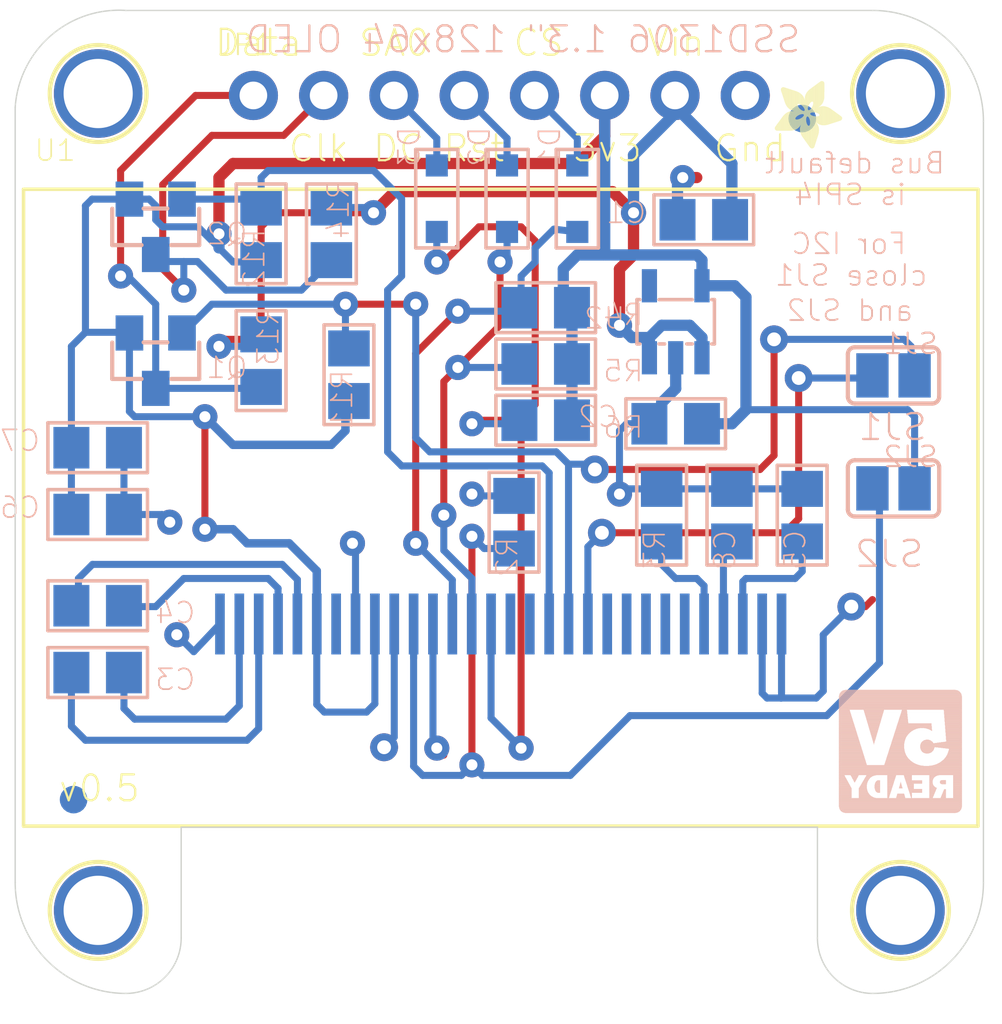
<source format=kicad_pcb>
(kicad_pcb (version 20221018) (generator pcbnew)
  (layers (0 "F.Cu" signal) (31 "B.Cu" signal) (34 "B.Paste" user) (35 "F.Paste" user) (36 "B.SilkS" user "B.Silkscreen") (37 "F.SilkS" user "F.Silkscreen") (38 "B.Mask" user) (39 "F.Mask" user) (44 "Edge.Cuts" user))
  (net 0 "")
  (net 1 "D0/SCLK/SCK_3.3V")
  (net 2 "D1/MOSI/SDA1_3.3V")
  (net 3 "GND")
  (net 4 "N$1")
  (net 5 "CS_3.3V")
  (net 6 "RST_3.3V")
  (net 7 "DC/SA0_3.3V")
  (net 8 "CS_5.0V")
  (net 9 "RST_5.0V")
  (net 10 "DC/SA0_5.0V")
  (net 11 "D0/SCLK/SCK_5.0V")
  (net 12 "D1/MOSI/SDA_5.0V")
  (net 13 "VIN")
  (net 14 "3.3V")
  (net 15 "N$3")
  (net 16 "N$4")
  (net 17 "N$5")
  (net 18 "N$6")
  (net 19 "N$7")
  (net 20 "N$11")
  (net 21 "N$12")
  (net 22 "N$2")
  (footprint "Adafruit_1.3_128x64_OLED_Original:MOUNTINGHOLE_2.5_PLATED" (layer "F.Cu") (at 163.0011 119.757762)
    (fp_text reference "U$25" hide)
    (fp_text value "MOUNTINGHOLE2.5" hide)
  )
  (footprint "Adafruit_1.3_128x64_OLED_Original:MOUNTINGHOLE_2.5_PLATED" (layer "F.Cu") (at 134.0011 119.757762)
    (fp_text reference "U$24" hide)
    (fp_text value "MOUNTINGHOLE2.5" hide)
  )
  (footprint "Adafruit_1.3_128x64_OLED_Original:1X08_ROUND_70" (layer "F.Cu") (at 148.5011 90.327762)
    (fp_text reference "JP1")
    (fp_text value "")
  )
  (footprint "Adafruit_1.3_128x64_OLED_Original:UG-2864HSWEG01_1.3_WRAPAROUND" (layer "F.Cu") (at 148.5531 109.215762)
    (fp_text reference "U1")
    (fp_text value "UG-2864HSWEG01")
  )
  (footprint "Adafruit_1.3_128x64_OLED_Original:MOUNTINGHOLE_2.5_PLATED" (layer "F.Cu") (at 134.0011 90.257762)
    (fp_text reference "U$26" hide)
    (fp_text value "MOUNTINGHOLE2.5" hide)
  )
  (footprint "Adafruit_1.3_128x64_OLED_Original:MOUNTINGHOLE_2.5_PLATED" (layer "F.Cu") (at 163.0011 90.257762)
    (fp_text reference "U$23" hide)
    (fp_text value "MOUNTINGHOLE2.5" hide)
  )
  (footprint "Adafruit_1.3_128x64_OLED_Original:ADAFRUIT_2.5MM" (layer "F.Cu") (at 158.4611 89.805762 -90)
    (fp_text reference "U$27" hide)
    (fp_text value "" hide)
  )
  (footprint "Adafruit_1.3_128x64_OLED_Original:SOD-323" (layer "B.Cu") (at 146.2411 94.055762 -90)
    (fp_text reference "D3")
    (fp_text value "1N4148")
  )
  (footprint "Adafruit_1.3_128x64_OLED_Original:FIDUCIAL_1MM" (layer "B.Cu") (at 133.1121 115.757762 180)
    (fp_text reference "FID2" hide)
    (fp_text value "FIDUCIAL\"\"" hide)
  )
  (footprint "Adafruit_1.3_128x64_OLED_Original:0805" (layer "B.Cu") (at 133.9831 111.169762)
    (fp_text reference "C3")
    (fp_text value "2.2uF")
  )
  (footprint "Adafruit_1.3_128x64_OLED_Original:0805" (layer "B.Cu") (at 155.8931 94.817762 180)
    (fp_text reference "C1")
    (fp_text value "10uF")
  )
  (footprint "Adafruit_1.3_128x64_OLED_Original:SOD-323" (layer "B.Cu") (at 148.7811 94.055762 -90)
    (fp_text reference "D2")
    (fp_text value "1N4148")
  )
  (footprint "Adafruit_1.3_128x64_OLED_Original:SOT23-WIDE" (layer "B.Cu") (at 136.0811 99.905762)
    (fp_text reference "Q1")
    (fp_text value "BSS138")
  )
  (footprint "Adafruit_1.3_128x64_OLED_Original:SOT23-5" (layer "B.Cu") (at 154.8771 98.500762 180)
    (fp_text reference "U2")
    (fp_text value "")
  )
  (footprint "Adafruit_1.3_128x64_OLED_Original:0805" (layer "B.Cu") (at 133.9831 105.462762 180)
    (fp_text reference "C6")
    (fp_text value "2.2uF")
  )
  (footprint "Adafruit_1.3_128x64_OLED_Original:FIDUCIAL_1MM" (layer "B.Cu") (at 159.4531 91.161762 180)
    (fp_text reference "FID1" hide)
    (fp_text value "FIDUCIAL\"\"" hide)
  )
  (footprint "Adafruit_1.3_128x64_OLED_Original:SOLDERJUMPER_REFLOW_NOPASTE" (layer "B.Cu") (at 162.7511 104.517762 180)
    (fp_text reference "SJ2")
    (fp_text value "")
  )
  (footprint "Adafruit_1.3_128x64_OLED_Original:0805" (layer "B.Cu") (at 156.9091 105.485762 -90)
    (fp_text reference "C8")
    (fp_text value "2.2uF")
  )
  (footprint "Adafruit_1.3_128x64_OLED_Original:SOLDERJUMPER_REFLOW_NOPASTE" (layer "B.Cu") (at 162.7511 100.437762 180)
    (fp_text reference "SJ1")
    (fp_text value "")
  )
  (footprint "Adafruit_1.3_128x64_OLED_Original:0805" (layer "B.Cu") (at 133.9831 108.756762)
    (fp_text reference "C4")
    (fp_text value "2.2uF")
  )
  (footprint "Adafruit_1.3_128x64_OLED_Original:0805" (layer "B.Cu") (at 142.4311 95.325762 90)
    (fp_text reference "R14")
    (fp_text value "10K")
  )
  (footprint "Adafruit_1.3_128x64_OLED_Original:0805" (layer "B.Cu") (at 139.8911 99.905762 90)
    (fp_text reference "R13")
    (fp_text value "10K")
  )
  (footprint "Adafruit_1.3_128x64_OLED_Original:0805" (layer "B.Cu") (at 133.9831 103.049762 180)
    (fp_text reference "C7")
    (fp_text value "2.2uF")
  )
  (footprint "Adafruit_1.3_128x64_OLED_Original:SOT23-WIDE" (layer "B.Cu") (at 136.0811 95.071762)
    (fp_text reference "Q2")
    (fp_text value "BSS138")
  )
  (footprint "Adafruit_1.3_128x64_OLED_Original:LOGIC_5VREADY_5MM" (layer "B.Cu") (at 165.5011 116.507762 180)
    (fp_text reference "U$28" hide)
    (fp_text value "" hide)
  )
  (footprint "Adafruit_1.3_128x64_OLED_Original:0805" (layer "B.Cu") (at 143.0661 100.413762 -90)
    (fp_text reference "R11")
    (fp_text value "10K")
  )
  (footprint "Adafruit_1.3_128x64_OLED_Original:SOD-323" (layer "B.Cu") (at 151.3211 94.055762 -90)
    (fp_text reference "D1")
    (fp_text value "1N4148")
  )
  (footprint "Adafruit_1.3_128x64_OLED_Original:0805" (layer "B.Cu") (at 154.3691 105.485762 -90)
    (fp_text reference "R3")
    (fp_text value "390K")
  )
  (footprint "Adafruit_1.3_128x64_OLED_Original:0805" (layer "B.Cu") (at 159.4491 105.485762 -90)
    (fp_text reference "C5")
    (fp_text value "10uF")
  )
  (footprint "Adafruit_1.3_128x64_OLED_Original:0805" (layer "B.Cu") (at 150.1781 97.992762)
    (fp_text reference "R4")
    (fp_text value "10K")
  )
  (footprint "Adafruit_1.3_128x64_OLED_Original:0805" (layer "B.Cu") (at 149.0351 105.739762 -90)
    (fp_text reference "R2")
    (fp_text value "10K")
  )
  (footprint "Adafruit_1.3_128x64_OLED_Original:0805" (layer "B.Cu") (at 154.8771 102.183762 180)
    (fp_text reference "C2")
    (fp_text value "10uF")
  )
  (footprint "Adafruit_1.3_128x64_OLED_Original:0805" (layer "B.Cu") (at 139.8911 95.325762 -90)
    (fp_text reference "R12")
    (fp_text value "10K")
  )
  (footprint "Adafruit_1.3_128x64_OLED_Original:0805" (layer "B.Cu") (at 150.1781 100.024762)
    (fp_text reference "R5")
    (fp_text value "10K")
  )
  (footprint "Adafruit_1.3_128x64_OLED_Original:0805" (layer "B.Cu") (at 150.1781 102.056762)
    (fp_text reference "R6")
    (fp_text value "10K")
  )
  (gr_arc (start 131.0011 90.757762) (mid 132.276226 88.179335) (end 135.0011 87.257762) (stroke (width 0.05)) (layer "Edge.Cuts"))
  (gr_line (start 160.0011 116.757762) (end 137.0011 116.757762) (stroke (width 0.05)) (layer "Edge.Cuts"))
  (gr_line (start 135.0011 87.257762) (end 162.0011 87.257762) (stroke (width 0.05)) (layer "Edge.Cuts"))
  (gr_line (start 131.0011 118.757762) (end 131.0011 90.757762) (stroke (width 0.05)) (layer "Edge.Cuts"))
  (gr_line (start 160.0011 116.757762) (end 160.0011 120.757762) (stroke (width 0.05)) (layer "Edge.Cuts"))
  (gr_arc (start 166.0011 118.757762) (mid 164.829527 121.586189) (end 162.0011 122.757762) (stroke (width 0.05)) (layer "Edge.Cuts"))
  (gr_arc (start 162.0011 122.757762) (mid 160.586886 122.171976) (end 160.0011 120.757762) (stroke (width 0.05)) (layer "Edge.Cuts"))
  (gr_arc (start 162.0011 87.257762) (mid 164.829527 88.429335) (end 166.0011 91.257762) (stroke (width 0.05)) (layer "Edge.Cuts"))
  (gr_arc (start 135.0011 122.757762) (mid 132.172673 121.586189) (end 131.0011 118.757762) (stroke (width 0.05)) (layer "Edge.Cuts"))
  (gr_line (start 137.0011 120.757762) (end 137.0011 116.757762) (stroke (width 0.05)) (layer "Edge.Cuts"))
  (gr_arc (start 137.0011 120.757762) (mid 136.415314 122.171976) (end 135.0011 122.757762) (stroke (width 0.05)) (layer "Edge.Cuts"))
  (gr_line (start 166.0011 91.257762) (end 166.0011 118.757762) (stroke (width 0.05)) (layer "Edge.Cuts"))
  (gr_text "Bus default" (at 164.6561 93.206762) (layer "B.SilkS") (effects (font (size 0.747776 0.747776) (thickness 0.065024)) (justify left bottom mirror)))
  (gr_text "close SJ1" (at 164.0211 97.262762) (layer "B.SilkS") (effects (font (size 0.747776 0.747776) (thickness 0.065024)) (justify left bottom mirror)))
  (gr_text "is SPI4" (at 163.2591 94.349762) (layer "B.SilkS") (effects (font (size 0.747776 0.747776) (thickness 0.065024)) (justify left bottom mirror)))
  (gr_text "SSD1306 1.3\" 128x64 OLED" (at 159.4491 88.848762) (layer "B.SilkS") (effects (font (size 0.93472 0.93472) (thickness 0.08128)) (justify left bottom mirror)))
  (gr_text "and SJ2" (at 163.5131 98.532762) (layer "B.SilkS") (effects (font (size 0.747776 0.747776) (thickness 0.065024)) (justify left bottom mirror)))
  (gr_text "For I2C" (at 163.2591 96.119762) (layer "B.SilkS") (effects (font (size 0.747776 0.747776) (thickness 0.065024)) (justify left bottom mirror)))
  (gr_text "SJ2" (at 163.8941 107.430762) (layer "B.SilkS") (effects (font (size 0.93472 0.93472) (thickness 0.08128)) (justify left bottom mirror)))
  (gr_text "SJ1" (at 164.0211 102.850762) (layer "B.SilkS") (effects (font (size 0.93472 0.93472) (thickness 0.08128)) (justify left bottom mirror)))
  (gr_text "Vin" (at 153.7821 88.975762) (layer "F.SilkS") (effects (font (size 0.93472 0.93472) (thickness 0.08128)) (justify left bottom)))
  (gr_text "Data" (at 138.1611 88.975762) (layer "F.SilkS") (effects (font (size 0.93472 0.93472) (thickness 0.08128)) (justify left bottom)))
  (gr_text "Gnd" (at 156.1951 92.785762) (layer "F.SilkS") (effects (font (size 0.93472 0.93472) (thickness 0.08128)) (justify left bottom)))
  (gr_text "DC" (at 143.8761 92.785762) (layer "F.SilkS") (effects (font (size 0.93472 0.93472) (thickness 0.08128)) (justify left bottom)))
  (gr_text "CS" (at 148.9561 88.975762) (layer "F.SilkS") (effects (font (size 0.93472 0.93472) (thickness 0.08128)) (justify left bottom)))
  (gr_text "v0.5" (at 132.5251 115.899762) (layer "F.SilkS") (effects (font (size 0.93472 0.93472) (thickness 0.08128)) (justify left bottom)))
  (gr_text "Clk" (at 140.8281 92.785762) (layer "F.SilkS") (effects (font (size 0.93472 0.93472) (thickness 0.08128)) (justify left bottom)))
  (gr_text "Rst" (at 146.4161 92.785762) (layer "F.SilkS") (effects (font (size 0.93472 0.93472) (thickness 0.08128)) (justify left bottom)))
  (gr_text "3v3" (at 151.1151 92.785762) (layer "F.SilkS") (effects (font (size 0.93472 0.93472) (thickness 0.08128)) (justify left bottom)))
  (gr_text "SA0" (at 143.3681 88.975762) (layer "F.SilkS") (effects (font (size 0.93472 0.93472) (thickness 0.08128)) (justify left bottom)))
  (segment (start 140.1451 93.039762) (end 139.8911 93.293762) (width 0.254) (layer "B.Cu") (net 1))
  (segment (start 144.4631 103.199762) (end 144.4631 97.357762) (width 0.254) (layer "B.Cu") (net 1))
  (segment (start 150.0511 103.707762) (end 144.9711 103.707762) (width 0.254) (layer "B.Cu") (net 1))
  (segment (start 144.9711 96.849762) (end 144.9711 94.055762) (width 0.254) (layer "B.Cu") (net 1))
  (segment (start 150.3031 103.959762) (end 150.0511 103.707762) (width 0.254) (layer "B.Cu") (net 1))
  (segment (start 139.8911 93.293762) (end 139.8911 94.375762) (width 0.254) (layer "B.Cu") (net 1))
  (segment (start 144.9711 103.707762) (end 144.4631 103.199762) (width 0.254) (layer "B.Cu") (net 1))
  (segment (start 143.9551 93.039762) (end 140.1451 93.039762) (width 0.254) (layer "B.Cu") (net 1))
  (segment (start 139.8911 94.375762) (end 139.5871 94.071762) (width 0.254) (layer "B.Cu") (net 1))
  (segment (start 150.3031 109.415762) (end 150.3031 103.959762) (width 0.254) (layer "B.Cu") (net 1))
  (segment (start 144.4631 97.357762) (end 144.9711 96.849762) (width 0.254) (layer "B.Cu") (net 1))
  (segment (start 139.5871 94.071762) (end 137.0311 94.071762) (width 0.254) (layer "B.Cu") (net 1))
  (segment (start 139.8911 94.375762) (end 139.8411 94.325762) (width 0.254) (layer "B.Cu") (net 1))
  (segment (start 144.9711 94.055762) (end 143.9551 93.039762) (width 0.254) (layer "B.Cu") (net 1))
  (segment (start 142.9391 97.865762) (end 145.4791 97.865762) (width 0.254) (layer "F.Cu") (net 2))
  (segment (start 158.4331 103.326762) (end 158.4331 99.135762) (width 0.254) (layer "F.Cu") (net 2))
  (segment (start 157.9251 103.834762) (end 158.4331 103.326762) (width 0.254) (layer "F.Cu") (net 2))
  (segment (start 151.9561 103.834762) (end 157.9251 103.834762) (width 0.254) (layer "F.Cu") (net 2))
  (via (at 151.9561 103.834762) (size 1.008) (drill 0.5) (layers "F.Cu" "B.Cu") (net 2))
  (via (at 142.9391 97.865762) (size 0.908) (drill 0.4) (layers "F.Cu" "B.Cu") (net 2))
  (via (at 158.4331 99.135762) (size 1.008) (drill 0.5) (layers "F.Cu" "B.Cu") (net 2))
  (via (at 145.4791 97.865762) (size 0.908) (drill 0.4) (layers "F.Cu" "B.Cu") (net 2))
  (segment (start 137.0731 98.905762) (end 138.1131 97.865762) (width 0.254) (layer "B.Cu") (net 2))
  (segment (start 151.7651 103.643762) (end 151.9561 103.834762) (width 0.254) (layer "B.Cu") (net 2))
  (segment (start 142.9391 97.865762) (end 142.9391 98.828762) (width 0.254) (layer "B.Cu") (net 2))
  (segment (start 151.0031 103.643762) (end 151.0031 109.415762) (width 0.254) (layer "B.Cu") (net 2))
  (segment (start 137.0311 98.905762) (end 137.0731 98.905762) (width 0.254) (layer "B.Cu") (net 2))
  (segment (start 163.3861 100.310762) (end 163.5131 100.437762) (width 0.254) (layer "B.Cu") (net 2))
  (segment (start 151.0031 103.643762) (end 151.7651 103.643762) (width 0.254) (layer "B.Cu") (net 2))
  (segment (start 145.9871 103.199762) (end 150.5591 103.199762) (width 0.254) (layer "B.Cu") (net 2))
  (segment (start 145.4791 97.865762) (end 145.4791 102.691762) (width 0.254) (layer "B.Cu") (net 2))
  (segment (start 142.9391 98.828762) (end 143.0661 99.463762) (width 0.254) (layer "B.Cu") (net 2))
  (segment (start 163.1321 99.135762) (end 163.3861 99.389762) (width 0.254) (layer "B.Cu") (net 2))
  (segment (start 163.3861 99.389762) (end 163.3861 100.310762) (width 0.254) (layer "B.Cu") (net 2))
  (segment (start 158.4331 99.135762) (end 163.1321 99.135762) (width 0.254) (layer "B.Cu") (net 2))
  (segment (start 138.1131 97.865762) (end 142.9391 97.865762) (width 0.254) (layer "B.Cu") (net 2))
  (segment (start 145.4791 102.691762) (end 145.9871 103.199762) (width 0.254) (layer "B.Cu") (net 2))
  (segment (start 150.5591 103.199762) (end 151.0031 103.643762) (width 0.254) (layer "B.Cu") (net 2))
  (segment (start 144.3361 113.867762) (end 144.0821 113.867762) (width 0.254) (layer "F.Cu") (net 3))
  (segment (start 161.2271 108.787762) (end 161.7351 108.787762) (width 0.254) (layer "F.Cu") (net 3))
  (segment (start 147.5111 104.723762) (end 147.5111 104.469762) (width 0.254) (layer "F.Cu") (net 3))
  (segment (start 146.2411 113.897762) (end 146.4951 114.151762) (width 0.254) (layer "F.Cu") (net 3))
  (segment (start 161.7351 108.787762) (end 161.9891 108.533762) (width 0.254) (layer "F.Cu") (net 3))
  (segment (start 136.8431 109.803762) (end 136.8431 110.057762) (width 0.254) (layer "F.Cu") (net 3))
  (segment (start 152.8451 104.723762) (end 152.8451 104.469762) (width 0.254) (layer "F.Cu") (net 3))
  (segment (start 143.1931 106.501762) (end 143.1931 106.247762) (width 0.254) (layer "F.Cu") (net 3))
  (segment (start 155.1311 93.293762) (end 155.6391 93.293762) (width 0.4064) (layer "F.Cu") (net 3))
  (segment (start 136.5891 105.739762) (end 136.8431 105.739762) (width 0.254) (layer "F.Cu") (net 3))
  (via (at 144.3361 113.867762) (size 1.008) (drill 0.5) (layers "F.Cu" "B.Cu") (net 3))
  (via (at 155.1311 93.293762) (size 0.908) (drill 0.4) (layers "F.Cu" "B.Cu") (net 3))
  (via (at 136.8431 109.803762) (size 0.908) (drill 0.4) (layers "F.Cu" "B.Cu") (net 3))
  (via (at 143.1931 106.501762) (size 0.908) (drill 0.4) (layers "F.Cu" "B.Cu") (net 3))
  (via (at 161.2271 108.787762) (size 1.008) (drill 0.5) (layers "F.Cu" "B.Cu") (net 3))
  (via (at 147.5111 104.723762) (size 0.908) (drill 0.4) (layers "F.Cu" "B.Cu") (net 3))
  (via (at 136.5891 105.739762) (size 0.908) (drill 0.4) (layers "F.Cu" "B.Cu") (net 3))
  (via (at 146.2411 113.897762) (size 0.908) (drill 0.4) (layers "F.Cu" "B.Cu") (net 3))
  (via (at 152.8451 104.723762) (size 0.908) (drill 0.4) (layers "F.Cu" "B.Cu") (net 3))
  (segment (start 143.3031 109.415762) (end 143.3031 106.611762) (width 0.254) (layer "B.Cu") (net 3))
  (segment (start 146.1031 113.759762) (end 146.1031 109.415762) (width 0.254) (layer "B.Cu") (net 3))
  (segment (start 160.2111 111.835762) (end 160.2111 109.803762) (width 0.254) (layer "B.Cu") (net 3))
  (segment (start 158.0031 109.415762) (end 158.0031 111.913762) (width 0.254) (layer "B.Cu") (net 3))
  (segment (start 137.4551 110.415762) (end 136.8431 109.803762) (width 0.254) (layer "B.Cu") (net 3))
  (segment (start 144.7031 113.500762) (end 144.7031 109.415762) (width 0.254) (layer "B.Cu") (net 3))
  (segment (start 153.0991 102.183762) (end 153.9271 102.183762) (width 0.254) (layer "B.Cu") (net 3))
  (segment (start 147.5771 104.789762) (end 149.0351 104.789762) (width 0.254) (layer "B.Cu") (net 3))
  (segment (start 154.3691 101.421762) (end 154.8771 100.913762) (width 0.4064) (layer "B.Cu") (net 3))
  (segment (start 158.0031 111.913762) (end 158.1791 112.089762) (width 0.254) (layer "B.Cu") (net 3))
  (segment (start 136.3121 105.462762) (end 136.5891 105.739762) (width 0.254) (layer "B.Cu") (net 3))
  (segment (start 154.8771 100.913762) (end 154.8771 99.800862) (width 0.4064) (layer "B.Cu") (net 3))
  (segment (start 156.9091 104.535762) (end 159.4491 104.535762) (width 0.254) (layer "B.Cu") (net 3))
  (segment (start 134.9331 105.462762) (end 134.9331 103.049762) (width 0.254) (layer "B.Cu") (net 3))
  (segment (start 160.2111 109.803762) (end 161.2271 108.787762) (width 0.254) (layer "B.Cu") (net 3))
  (segment (start 158.6871 112.089762) (end 159.9571 112.089762) (width 0.254) (layer "B.Cu") (net 3))
  (segment (start 154.9431 93.481762) (end 155.1311 93.293762) (width 0.4064) (layer "B.Cu") (net 3))
  (segment (start 154.3691 101.741762) (end 154.3691 101.421762) (width 0.4064) (layer "B.Cu") (net 3))
  (segment (start 138.4031 109.415762) (end 137.4551 110.415762) (width 0.254) (layer "B.Cu") (net 3))
  (segment (start 159.9571 112.089762) (end 160.2111 111.835762) (width 0.254) (layer "B.Cu") (net 3))
  (segment (start 154.3691 104.535762) (end 156.9091 104.535762) (width 0.254) (layer "B.Cu") (net 3))
  (segment (start 158.7031 112.073762) (end 158.7031 109.415762) (width 0.254) (layer "B.Cu") (net 3))
  (segment (start 152.8451 104.723762) (end 153.0381 104.535762) (width 0.254) (layer "B.Cu") (net 3))
  (segment (start 158.6871 112.089762) (end 158.7031 112.073762) (width 0.254) (layer "B.Cu") (net 3))
  (segment (start 143.3031 106.611762) (end 143.1931 106.501762) (width 0.254) (layer "B.Cu") (net 3))
  (segment (start 144.3361 113.867762) (end 144.7031 113.500762) (width 0.254) (layer "B.Cu") (net 3))
  (segment (start 153.0381 104.535762) (end 154.3691 104.535762) (width 0.254) (layer "B.Cu") (net 3))
  (segment (start 153.9271 102.183762) (end 154.3691 101.741762) (width 0.4064) (layer "B.Cu") (net 3))
  (segment (start 134.9331 105.462762) (end 136.3121 105.462762) (width 0.254) (layer "B.Cu") (net 3))
  (segment (start 147.5111 104.723762) (end 147.5771 104.789762) (width 0.254) (layer "B.Cu") (net 3))
  (segment (start 152.8451 104.723762) (end 152.8451 102.437762) (width 0.254) (layer "B.Cu") (net 3))
  (segment (start 158.1791 112.089762) (end 158.6871 112.089762) (width 0.254) (layer "B.Cu") (net 3))
  (segment (start 146.1031 113.759762) (end 146.2411 113.897762) (width 0.254) (layer "B.Cu") (net 3))
  (segment (start 152.8451 102.437762) (end 153.0991 102.183762) (width 0.254) (layer "B.Cu") (net 3))
  (segment (start 154.9431 94.817762) (end 154.9431 93.481762) (width 0.4064) (layer "B.Cu") (net 3))
  (segment (start 147.5111 114.502762) (end 147.5111 106.247762) (width 0.254) (layer "F.Cu") (net 4))
  (via (at 147.5111 106.247762) (size 0.908) (drill 0.4) (layers "F.Cu" "B.Cu") (net 4))
  (via (at 147.5111 114.502762) (size 0.908) (drill 0.4) (layers "F.Cu" "B.Cu") (net 4))
  (segment (start 162.2431 110.819762) (end 162.2431 105.231762) (width 0.254) (layer "B.Cu") (net 4))
  (segment (start 147.1301 114.883762) (end 147.5111 114.502762) (width 0.254) (layer "B.Cu") (net 4))
  (segment (start 145.4031 114.553762) (end 145.4031 109.415762) (width 0.254) (layer "B.Cu") (net 4))
  (segment (start 147.5111 114.502762) (end 147.6391 114.757762) (width 0.254) (layer "B.Cu") (net 4))
  (segment (start 151.0671 114.883762) (end 153.2261 112.724762) (width 0.254) (layer "B.Cu") (net 4))
  (segment (start 147.8921 114.883762) (end 151.0671 114.883762) (width 0.254) (layer "B.Cu") (net 4))
  (segment (start 145.7331 114.883762) (end 145.4031 114.553762) (width 0.254) (layer "B.Cu") (net 4))
  (segment (start 161.9891 104.977762) (end 161.9891 104.517762) (width 0.254) (layer "B.Cu") (net 4))
  (segment (start 162.2431 105.231762) (end 161.9891 104.977762) (width 0.254) (layer "B.Cu") (net 4))
  (segment (start 160.3381 112.724762) (end 162.2431 110.819762) (width 0.254) (layer "B.Cu") (net 4))
  (segment (start 147.5111 114.502762) (end 147.8921 114.883762) (width 0.254) (layer "B.Cu") (net 4))
  (segment (start 147.5111 106.247762) (end 147.9531 106.689762) (width 0.254) (layer "B.Cu") (net 4))
  (segment (start 147.9531 106.689762) (end 149.0351 106.689762) (width 0.254) (layer "B.Cu") (net 4))
  (segment (start 145.7331 114.883762) (end 147.1301 114.883762) (width 0.254) (layer "B.Cu") (net 4))
  (segment (start 145.4031 109.415762) (end 145.4031 110.641762) (width 0.254) (layer "B.Cu") (net 4))
  (segment (start 153.2261 112.724762) (end 160.3381 112.724762) (width 0.254) (layer "B.Cu") (net 4))
  (segment (start 145.4791 99.643762) (end 147.0031 98.119762) (width 0.254) (layer "F.Cu") (net 5))
  (segment (start 145.4791 106.501762) (end 145.4791 99.643762) (width 0.254) (layer "F.Cu") (net 5))
  (via (at 145.4791 106.501762) (size 0.908) (drill 0.4) (layers "F.Cu" "B.Cu") (net 5))
  (via (at 147.0031 98.119762) (size 0.908) (drill 0.4) (layers "F.Cu" "B.Cu") (net 5))
  (segment (start 149.2891 97.931762) (end 149.2891 96.849762) (width 0.254) (layer "B.Cu") (net 5))
  (segment (start 150.4751 95.155762) (end 151.3211 95.255762) (width 0.254) (layer "B.Cu") (net 5))
  (segment (start 146.8031 107.825762) (end 145.4791 106.501762) (width 0.254) (layer "B.Cu") (net 5))
  (segment (start 149.7971 96.341762) (end 149.7971 95.833762) (width 0.254) (layer "B.Cu") (net 5))
  (segment (start 149.7971 95.833762) (end 150.4751 95.155762) (width 0.254) (layer "B.Cu") (net 5))
  (segment (start 149.2891 96.849762) (end 149.7971 96.341762) (width 0.254) (layer "B.Cu") (net 5))
  (segment (start 149.2281 97.992762) (end 149.2891 97.931762) (width 0.254) (layer "B.Cu") (net 5))
  (segment (start 146.8031 109.415762) (end 146.8031 107.825762) (width 0.254) (layer "B.Cu") (net 5))
  (segment (start 148.8471 98.119762) (end 149.2281 97.992762) (width 0.254) (layer "B.Cu") (net 5))
  (segment (start 147.0031 98.119762) (end 148.8471 98.119762) (width 0.254) (layer "B.Cu") (net 5))
  (segment (start 146.4951 100.659762) (end 147.0031 100.151762) (width 0.254) (layer "F.Cu") (net 6))
  (segment (start 148.5271 98.627762) (end 148.5271 96.341762) (width 0.254) (layer "F.Cu") (net 6))
  (segment (start 146.4951 105.485762) (end 146.4951 100.659762) (width 0.254) (layer "F.Cu") (net 6))
  (segment (start 147.0031 100.151762) (end 148.5271 98.627762) (width 0.254) (layer "F.Cu") (net 6))
  (via (at 147.0031 100.151762) (size 0.908) (drill 0.4) (layers "F.Cu" "B.Cu") (net 6))
  (via (at 148.5271 96.341762) (size 0.908) (drill 0.4) (layers "F.Cu" "B.Cu") (net 6))
  (via (at 146.4951 105.485762) (size 0.908) (drill 0.4) (layers "F.Cu" "B.Cu") (net 6))
  (segment (start 148.5271 96.341762) (end 148.7811 96.087762) (width 0.254) (layer "B.Cu") (net 6))
  (segment (start 147.5031 109.415762) (end 147.5111 109.207762) (width 0.254) (layer "B.Cu") (net 6))
  (segment (start 147.5111 107.771762) (end 146.4951 106.755762) (width 0.254) (layer "B.Cu") (net 6))
  (segment (start 147.0031 100.151762) (end 148.8471 100.151762) (width 0.254) (layer "B.Cu") (net 6))
  (segment (start 148.7811 96.087762) (end 148.7811 95.255762) (width 0.254) (layer "B.Cu") (net 6))
  (segment (start 146.4951 106.755762) (end 146.4951 105.485762) (width 0.254) (layer "B.Cu") (net 6))
  (segment (start 148.8471 100.151762) (end 149.2281 100.024762) (width 0.254) (layer "B.Cu") (net 6))
  (segment (start 147.5111 109.207762) (end 147.5111 107.771762) (width 0.254) (layer "B.Cu") (net 6))
  (segment (start 149.7971 101.487762) (end 149.7971 95.579762) (width 0.254) (layer "F.Cu") (net 7))
  (segment (start 147.7651 95.071762) (end 146.4951 96.341762) (width 0.254) (layer "F.Cu") (net 7))
  (segment (start 149.2281 102.056762) (end 149.7971 101.487762) (width 0.254) (layer "F.Cu") (net 7))
  (segment (start 149.2891 113.897762) (end 149.2891 102.117762) (width 0.254) (layer "F.Cu") (net 7))
  (segment (start 149.2281 102.056762) (end 147.6381 102.056762) (width 0.254) (layer "F.Cu") (net 7))
  (segment (start 149.2891 95.071762) (end 147.7651 95.071762) (width 0.254) (layer "F.Cu") (net 7))
  (segment (start 149.7971 95.579762) (end 149.2891 95.071762) (width 0.254) (layer "F.Cu") (net 7))
  (segment (start 146.4951 96.341762) (end 146.2411 96.341762) (width 0.254) (layer "F.Cu") (net 7))
  (segment (start 149.2891 102.117762) (end 149.2281 102.056762) (width 0.254) (layer "F.Cu") (net 7))
  (segment (start 147.6381 102.056762) (end 147.5111 102.183762) (width 0.254) (layer "F.Cu") (net 7))
  (via (at 146.2411 96.341762) (size 0.908) (drill 0.4) (layers "F.Cu" "B.Cu") (net 7))
  (via (at 147.5111 102.183762) (size 0.908) (drill 0.4) (layers "F.Cu" "B.Cu") (net 7))
  (via (at 149.2891 113.897762) (size 0.908) (drill 0.4) (layers "F.Cu" "B.Cu") (net 7))
  (segment (start 148.2031 112.811762) (end 148.2031 109.415762) (width 0.254) (layer "B.Cu") (net 7))
  (segment (start 149.1011 102.183762) (end 149.2281 102.056762) (width 0.254) (layer "B.Cu") (net 7))
  (segment (start 146.2411 96.341762) (end 146.2411 95.255762) (width 0.254) (layer "B.Cu") (net 7))
  (segment (start 148.2031 112.811762) (end 149.2891 113.897762) (width 0.254) (layer "B.Cu") (net 7))
  (segment (start 147.5111 102.183762) (end 149.1011 102.183762) (width 0.254) (layer "B.Cu") (net 7))
  (segment (start 149.7711 90.327762) (end 151.3211 91.877762) (width 0.254) (layer "B.Cu") (net 8))
  (segment (start 151.3211 91.877762) (end 151.3211 92.855762) (width 0.254) (layer "B.Cu") (net 8))
  (segment (start 147.2311 90.327762) (end 148.7811 91.877762) (width 0.254) (layer "B.Cu") (net 9))
  (segment (start 148.7811 91.877762) (end 148.7811 92.855762) (width 0.254) (layer "B.Cu") (net 9))
  (segment (start 146.2411 91.877762) (end 146.2411 92.855762) (width 0.254) (layer "B.Cu") (net 10))
  (segment (start 144.6911 90.327762) (end 146.2411 91.877762) (width 0.254) (layer "B.Cu") (net 10))
  (segment (start 140.7091 91.769762) (end 142.1511 90.327762) (width 0.254) (layer "F.Cu") (net 11))
  (segment (start 136.3351 96.595762) (end 136.3351 93.547762) (width 0.254) (layer "F.Cu") (net 11))
  (segment (start 138.1131 91.769762) (end 140.7091 91.769762) (width 0.254) (layer "F.Cu") (net 11))
  (segment (start 137.0971 97.357762) (end 136.3351 96.595762) (width 0.254) (layer "F.Cu") (net 11))
  (segment (start 136.3351 93.547762) (end 138.1131 91.769762) (width 0.254) (layer "F.Cu") (net 11))
  (via (at 137.0971 97.357762) (size 0.908) (drill 0.4) (layers "F.Cu" "B.Cu") (net 11))
  (segment (start 137.0971 96.325762) (end 137.0971 97.357762) (width 0.254) (layer "B.Cu") (net 11))
  (segment (start 141.3491 97.357762) (end 142.4311 96.275762) (width 0.254) (layer "B.Cu") (net 11))
  (segment (start 137.5891 96.325762) (end 138.6211 97.357762) (width 0.254) (layer "B.Cu") (net 11))
  (segment (start 136.3351 96.325762) (end 137.0971 96.325762) (width 0.254) (layer "B.Cu") (net 11))
  (segment (start 138.6211 97.357762) (end 141.3491 97.357762) (width 0.254) (layer "B.Cu") (net 11))
  (segment (start 137.0971 96.325762) (end 137.5891 96.325762) (width 0.254) (layer "B.Cu") (net 11))
  (segment (start 136.0811 96.071762) (end 136.3351 96.325762) (width 0.254) (layer "B.Cu") (net 11))
  (segment (start 134.8111 93.039762) (end 137.5231 90.327762) (width 0.254) (layer "F.Cu") (net 12))
  (segment (start 134.8111 96.849762) (end 134.8111 93.039762) (width 0.254) (layer "F.Cu") (net 12))
  (segment (start 137.5231 90.327762) (end 139.6111 90.327762) (width 0.254) (layer "F.Cu") (net 12))
  (via (at 134.8111 96.849762) (size 0.908) (drill 0.4) (layers "F.Cu" "B.Cu") (net 12))
  (segment (start 136.0811 97.865762) (end 135.0651 96.849762) (width 0.254) (layer "B.Cu") (net 12))
  (segment (start 139.8411 100.905762) (end 139.8911 100.855762) (width 0.254) (layer "B.Cu") (net 12))
  (segment (start 136.0811 100.905762) (end 139.8411 100.905762) (width 0.254) (layer "B.Cu") (net 12))
  (segment (start 136.0811 100.905762) (end 136.0811 97.865762) (width 0.254) (layer "B.Cu") (net 12))
  (segment (start 135.0651 96.849762) (end 134.8111 96.849762) (width 0.254) (layer "B.Cu") (net 12))
  (segment (start 139.8911 98.627762) (end 139.8911 95.071762) (width 0.254) (layer "F.Cu") (net 13))
  (segment (start 139.3831 99.135762) (end 139.8911 98.627762) (width 0.254) (layer "F.Cu") (net 13))
  (segment (start 138.3671 99.389762) (end 138.6211 99.135762) (width 0.254) (layer "F.Cu") (net 13))
  (segment (start 153.3531 96.087762) (end 152.8451 96.595762) (width 0.4064) (layer "F.Cu") (net 13))
  (segment (start 152.8451 96.595762) (end 152.8451 98.627762) (width 0.4064) (layer "F.Cu") (net 13))
  (segment (start 153.3531 94.563762) (end 153.3531 96.087762) (width 0.4064) (layer "F.Cu") (net 13))
  (segment (start 139.8911 95.071762) (end 140.3991 94.563762) (width 0.254) (layer "F.Cu") (net 13))
  (segment (start 140.3991 94.563762) (end 143.9551 94.563762) (width 0.254) (layer "F.Cu") (net 13))
  (segment (start 152.5911 93.801762) (end 153.3531 94.563762) (width 0.4064) (layer "F.Cu") (net 13))
  (segment (start 138.6211 99.135762) (end 139.3831 99.135762) (width 0.254) (layer "F.Cu") (net 13))
  (segment (start 143.9551 94.563762) (end 144.7171 93.801762) (width 0.4064) (layer "F.Cu") (net 13))
  (segment (start 144.7171 93.801762) (end 152.5911 93.801762) (width 0.4064) (layer "F.Cu") (net 13))
  (via (at 153.3531 94.563762) (size 0.908) (drill 0.4) (layers "F.Cu" "B.Cu") (net 13))
  (via (at 152.8451 98.627762) (size 0.908) (drill 0.4) (layers "F.Cu" "B.Cu") (net 13))
  (via (at 143.9551 94.563762) (size 0.908) (drill 0.4) (layers "F.Cu" "B.Cu") (net 13))
  (via (at 138.3671 99.389762) (size 0.908) (drill 0.4) (layers "F.Cu" "B.Cu") (net 13))
  (segment (start 154.8511 90.981762) (end 154.8771 90.753762) (width 0.4064) (layer "B.Cu") (net 13))
  (segment (start 143.9551 94.563762) (end 144.0211 94.375762) (width 0.254) (layer "B.Cu") (net 13))
  (segment (start 154.8771 90.753762) (end 156.9091 92.785762) (width 0.4064) (layer "B.Cu") (net 13))
  (segment (start 155.3851 98.627762) (end 155.8271 99.069762) (width 0.4064) (layer "B.Cu") (net 13))
  (segment (start 153.3531 94.563762) (end 153.3531 92.479762) (width 0.4064) (layer "B.Cu") (net 13))
  (segment (start 138.3671 99.389762) (end 139.4571 99.389762) (width 0.254) (layer "B.Cu") (net 13))
  (segment (start 153.9271 99.069762) (end 153.9271 99.800862) (width 0.4064) (layer "B.Cu") (net 13))
  (segment (start 153.9271 99.069762) (end 154.3691 98.627762) (width 0.4064) (layer "B.Cu") (net 13))
  (segment (start 144.0211 94.375762) (end 142.4311 94.375762) (width 0.254) (layer "B.Cu") (net 13))
  (segment (start 156.9091 92.785762) (end 156.9091 94.751762) (width 0.4064) (layer "B.Cu") (net 13))
  (segment (start 154.3691 98.627762) (end 155.3851 98.627762) (width 0.4064) (layer "B.Cu") (net 13))
  (segment (start 152.8451 98.627762) (end 153.2871 99.069762) (width 0.4064) (layer "B.Cu") (net 13))
  (segment (start 156.9091 94.751762) (end 156.8431 94.817762) (width 0.4064) (layer "B.Cu") (net 13))
  (segment (start 155.8271 99.069762) (end 155.8271 99.800862) (width 0.4064) (layer "B.Cu") (net 13))
  (segment (start 153.3531 92.479762) (end 154.8511 90.981762) (width 0.4064) (layer "B.Cu") (net 13))
  (segment (start 153.2871 99.069762) (end 153.9271 99.069762) (width 0.4064) (layer "B.Cu") (net 13))
  (segment (start 139.4571 99.389762) (end 139.8911 98.955762) (width 0.254) (layer "B.Cu") (net 13))
  (segment (start 154.8511 90.981762) (end 154.8511 90.327762) (width 0.4064) (layer "B.Cu") (net 13))
  (segment (start 138.3671 95.325762) (end 138.3671 93.293762) (width 0.4064) (layer "F.Cu") (net 14))
  (segment (start 151.3211 92.785762) (end 152.3111 91.795762) (width 0.4064) (layer "F.Cu") (net 14))
  (segment (start 137.8591 101.929762) (end 137.8591 105.993762) (width 0.254) (layer "F.Cu") (net 14))
  (segment (start 138.3671 93.293762) (end 138.8751 92.785762) (width 0.4064) (layer "F.Cu") (net 14))
  (segment (start 152.3111 91.795762) (end 152.3111 90.327762) (width 0.4064) (layer "F.Cu") (net 14))
  (segment (start 138.8751 92.785762) (end 151.3211 92.785762) (width 0.4064) (layer "F.Cu") (net 14))
  (via (at 137.8591 101.929762) (size 0.908) (drill 0.4) (layers "F.Cu" "B.Cu") (net 14))
  (via (at 138.3671 95.325762) (size 0.908) (drill 0.4) (layers "F.Cu" "B.Cu") (net 14))
  (via (at 137.8591 105.993762) (size 0.908) (drill 0.4) (layers "F.Cu" "B.Cu") (net 14))
  (segment (start 141.9031 112.323762) (end 142.1771 112.597762) (width 0.254) (layer "B.Cu") (net 14))
  (segment (start 142.4311 102.945762) (end 142.9391 102.437762) (width 0.3048) (layer "B.Cu") (net 14))
  (segment (start 151.3211 96.087762) (end 150.8131 96.595762) (width 0.4064) (layer "B.Cu") (net 14))
  (segment (start 135.1311 101.741762) (end 135.3191 101.929762) (width 0.254) (layer "B.Cu") (net 14))
  (segment (start 150.8131 97.931762) (end 151.1281 97.992762) (width 0.4064) (layer "B.Cu") (net 14))
  (segment (start 138.8751 96.341762) (end 139.8251 96.341762) (width 0.254) (layer "B.Cu") (net 14))
  (segment (start 138.8751 105.993762) (end 139.3831 106.501762) (width 0.3048) (layer "B.Cu") (net 14))
  (segment (start 142.1771 112.597762) (end 143.7011 112.597762) (width 0.254) (layer "B.Cu") (net 14))
  (segment (start 135.1311 94.071762) (end 135.8431 94.071762) (width 0.254) (layer "B.Cu") (net 14))
  (segment (start 150.8131 96.595762) (end 150.8131 97.931762) (width 0.4064) (layer "B.Cu") (net 14))
  (segment (start 135.1311 98.905762) (end 135.1311 101.741762) (width 0.254) (layer "B.Cu") (net 14))
  (segment (start 136.3351 95.071762) (end 137.6051 95.071762) (width 0.254) (layer "B.Cu") (net 14))
  (segment (start 136.0811 94.309762) (end 136.0811 94.817762) (width 0.254) (layer "B.Cu") (net 14))
  (segment (start 137.8591 101.929762) (end 138.8751 102.945762) (width 0.3048) (layer "B.Cu") (net 14))
  (segment (start 157.4171 101.675762) (end 156.9091 102.183762) (width 0.4064) (layer "B.Cu") (net 14))
  (segment (start 152.2851 96.087762) (end 151.3211 96.087762) (width 0.4064) (layer "B.Cu") (net 14))
  (segment (start 133.0331 105.462762) (end 133.0331 103.049762) (width 0.254) (layer "B.Cu") (net 14))
  (segment (start 155.6391 96.087762) (end 155.8271 96.275762) (width 0.4064) (layer "B.Cu") (net 14))
  (segment (start 152.3111 96.061762) (end 152.2851 96.087762) (width 0.4064) (layer "B.Cu") (net 14))
  (segment (start 163.5131 101.929762) (end 163.5131 104.517762) (width 0.254) (layer "B.Cu") (net 14))
  (segment (start 139.3831 106.501762) (end 140.9071 106.501762) (width 0.3048) (layer "B.Cu") (net 14))
  (segment (start 144.0031 112.295762) (end 144.0031 109.415762) (width 0.254) (layer "B.Cu") (net 14))
  (segment (start 140.9071 106.501762) (end 141.9031 107.497762) (width 0.3048) (layer "B.Cu") (net 14))
  (segment (start 142.9391 102.437762) (end 142.9391 101.490762) (width 0.3048) (layer "B.Cu") (net 14))
  (segment (start 138.8751 102.945762) (end 142.4311 102.945762) (width 0.3048) (layer "B.Cu") (net 14))
  (segment (start 133.5411 98.881762) (end 133.5411 94.309762) (width 0.254) (layer "B.Cu") (net 14))
  (segment (start 138.3671 95.833762) (end 138.8751 96.341762) (width 0.254) (layer "B.Cu") (net 14))
  (segment (start 135.8431 94.071762) (end 136.0811 94.309762) (width 0.254) (layer "B.Cu") (net 14))
  (segment (start 151.1281 97.992762) (end 151.1281 100.024762) (width 0.4064) (layer "B.Cu") (net 14))
  (segment (start 135.1071 98.881762) (end 135.1311 98.905762) (width 0.254) (layer "B.Cu") (net 14))
  (segment (start 133.7791 94.071762) (end 135.1311 94.071762) (width 0.254) (layer "B.Cu") (net 14))
  (segment (start 137.8591 105.993762) (end 138.8751 105.993762) (width 0.3048) (layer "B.Cu") (net 14))
  (segment (start 136.0811 94.817762) (end 136.3351 95.071762) (width 0.254) (layer "B.Cu") (net 14))
  (segment (start 152.3371 96.087762) (end 155.6391 96.087762) (width 0.4064) (layer "B.Cu") (net 14))
  (segment (start 133.5411 94.309762) (end 133.7791 94.071762) (width 0.254) (layer "B.Cu") (net 14))
  (segment (start 151.1281 100.024762) (end 151.1281 102.056762) (width 0.4064) (layer "B.Cu") (net 14))
  (segment (start 155.8271 96.275762) (end 155.8271 97.200662) (width 0.4064) (layer "B.Cu") (net 14))
  (segment (start 139.8251 96.341762) (end 139.8911 96.275762) (width 0.254) (layer "B.Cu") (net 14))
  (segment (start 163.2591 101.675762) (end 163.5131 101.929762) (width 0.254) (layer "B.Cu") (net 14))
  (segment (start 135.3191 101.929762) (end 137.8591 101.929762) (width 0.254) (layer "B.Cu") (net 14))
  (segment (start 157.4171 97.611762) (end 157.4171 101.675762) (width 0.4064) (layer "B.Cu") (net 14))
  (segment (start 157.4171 101.675762) (end 163.2591 101.675762) (width 0.254) (layer "B.Cu") (net 14))
  (segment (start 152.3111 96.061762) (end 152.3371 96.087762) (width 0.4064) (layer "B.Cu") (net 14))
  (segment (start 133.0331 99.389762) (end 133.5411 98.881762) (width 0.254) (layer "B.Cu") (net 14))
  (segment (start 141.9031 109.415762) (end 141.9031 112.323762) (width 0.254) (layer "B.Cu") (net 14))
  (segment (start 155.8271 97.200662) (end 157.006 97.200662) (width 0.4064) (layer "B.Cu") (net 14))
  (segment (start 143.7011 112.597762) (end 144.0031 112.295762) (width 0.254) (layer "B.Cu") (net 14))
  (segment (start 137.6051 95.071762) (end 138.3671 95.833762) (width 0.254) (layer "B.Cu") (net 14))
  (segment (start 157.006 97.200662) (end 157.4171 97.611762) (width 0.4064) (layer "B.Cu") (net 14))
  (segment (start 133.5411 98.881762) (end 135.1071 98.881762) (width 0.254) (layer "B.Cu") (net 14))
  (segment (start 141.9031 107.497762) (end 141.9031 109.415762) (width 0.3048) (layer "B.Cu") (net 14))
  (segment (start 156.9091 102.183762) (end 155.8271 102.183762) (width 0.4064) (layer "B.Cu") (net 14))
  (segment (start 138.3671 95.833762) (end 138.3671 95.325762) (width 0.4064) (layer "B.Cu") (net 14))
  (segment (start 142.9391 101.490762) (end 143.0661 101.363762) (width 0.3048) (layer "B.Cu") (net 14))
  (segment (start 133.0331 103.049762) (end 133.0331 99.389762) (width 0.254) (layer "B.Cu") (net 14))
  (segment (start 152.3111 90.327762) (end 152.3111 96.061762) (width 0.4064) (layer "B.Cu") (net 14))
  (segment (start 155.9031 108.035762) (end 155.6391 107.771762) (width 0.254) (layer "B.Cu") (net 15))
  (segment (start 154.3691 107.263762) (end 154.3691 106.435762) (width 0.254) (layer "B.Cu") (net 15))
  (segment (start 154.8771 107.771762) (end 154.3691 107.263762) (width 0.254) (layer "B.Cu") (net 15))
  (segment (start 155.6391 107.771762) (end 154.8771 107.771762) (width 0.254) (layer "B.Cu") (net 15))
  (segment (start 155.9031 109.415762) (end 155.9031 108.035762) (width 0.254) (layer "B.Cu") (net 15))
  (segment (start 135.3191 112.851762) (end 138.6211 112.851762) (width 0.254) (layer "B.Cu") (net 16))
  (segment (start 139.1031 112.369762) (end 139.1031 109.415762) (width 0.254) (layer "B.Cu") (net 16))
  (segment (start 135.3191 112.851762) (end 134.9331 112.465762) (width 0.254) (layer "B.Cu") (net 16))
  (segment (start 134.9331 112.465762) (end 134.9331 111.169762) (width 0.254) (layer "B.Cu") (net 16))
  (segment (start 138.6211 112.851762) (end 139.1031 112.369762) (width 0.254) (layer "B.Cu") (net 16))
  (segment (start 133.0331 113.105762) (end 133.5411 113.613762) (width 0.254) (layer "B.Cu") (net 17))
  (segment (start 139.3831 113.613762) (end 139.8031 113.193762) (width 0.254) (layer "B.Cu") (net 17))
  (segment (start 139.8031 113.193762) (end 139.8031 109.415762) (width 0.254) (layer "B.Cu") (net 17))
  (segment (start 133.5411 113.613762) (end 139.3831 113.613762) (width 0.254) (layer "B.Cu") (net 17))
  (segment (start 133.0331 113.105762) (end 133.0331 111.169762) (width 0.254) (layer "B.Cu") (net 17))
  (segment (start 140.1451 107.771762) (end 140.5031 108.129762) (width 0.254) (layer "B.Cu") (net 18))
  (segment (start 137.0971 107.771762) (end 140.1451 107.771762) (width 0.254) (layer "B.Cu") (net 18))
  (segment (start 140.5031 108.129762) (end 140.5031 109.415762) (width 0.254) (layer "B.Cu") (net 18))
  (segment (start 136.0811 108.787762) (end 137.0971 107.771762) (width 0.254) (layer "B.Cu") (net 18))
  (segment (start 134.9641 108.787762) (end 136.0811 108.787762) (width 0.254) (layer "B.Cu") (net 18))
  (segment (start 134.9331 108.756762) (end 134.9641 108.787762) (width 0.254) (layer "B.Cu") (net 18))
  (segment (start 141.2031 107.813762) (end 141.2031 109.415762) (width 0.254) (layer "B.Cu") (net 19))
  (segment (start 133.7951 107.263762) (end 140.6531 107.263762) (width 0.254) (layer "B.Cu") (net 19))
  (segment (start 133.2871 108.502762) (end 133.2871 107.771762) (width 0.254) (layer "B.Cu") (net 19))
  (segment (start 133.2871 107.771762) (end 133.7951 107.263762) (width 0.254) (layer "B.Cu") (net 19))
  (segment (start 140.6531 107.263762) (end 141.2031 107.813762) (width 0.254) (layer "B.Cu") (net 19))
  (segment (start 133.0331 108.756762) (end 133.2871 108.502762) (width 0.254) (layer "B.Cu") (net 19))
  (segment (start 157.4171 107.771762) (end 159.1951 107.771762) (width 0.254) (layer "B.Cu") (net 20))
  (segment (start 157.3031 109.415762) (end 157.3031 107.885762) (width 0.254) (layer "B.Cu") (net 20))
  (segment (start 159.4491 107.517762) (end 159.4491 106.435762) (width 0.254) (layer "B.Cu") (net 20))
  (segment (start 157.3031 107.885762) (end 157.4171 107.771762) (width 0.254) (layer "B.Cu") (net 20))
  (segment (start 159.1951 107.771762) (end 159.4491 107.517762) (width 0.254) (layer "B.Cu") (net 20))
  (segment (start 156.6031 106.995762) (end 156.9091 106.435762) (width 0.254) (layer "B.Cu") (net 21))
  (segment (start 156.6031 109.415762) (end 156.6031 106.995762) (width 0.254) (layer "B.Cu") (net 21))
  (segment (start 152.2101 106.120762) (end 158.8141 106.120762) (width 0.254) (layer "F.Cu") (net 22))
  (segment (start 158.8141 106.120762) (end 159.3221 105.612762) (width 0.254) (layer "F.Cu") (net 22))
  (segment (start 159.3221 105.612762) (end 159.3221 100.532762) (width 0.254) (layer "F.Cu") (net 22))
  (via (at 152.2101 106.120762) (size 1.008) (drill 0.5) (layers "F.Cu" "B.Cu") (net 22))
  (via (at 159.3221 100.532762) (size 1.008) (drill 0.5) (layers "F.Cu" "B.Cu") (net 22))
  (segment (start 151.7031 109.415762) (end 151.7031 106.627762) (width 0.254) (layer "B.Cu") (net 22))
  (segment (start 161.8941 100.532762) (end 161.9891 100.437762) (width 0.254) (layer "B.Cu") (net 22))
  (segment (start 159.3221 100.532762) (end 161.8941 100.532762) (width 0.254) (layer "B.Cu") (net 22))
  (segment (start 151.7031 106.627762) (end 152.2101 106.120762) (width 0.254) (layer "B.Cu") (net 22))
)
</source>
